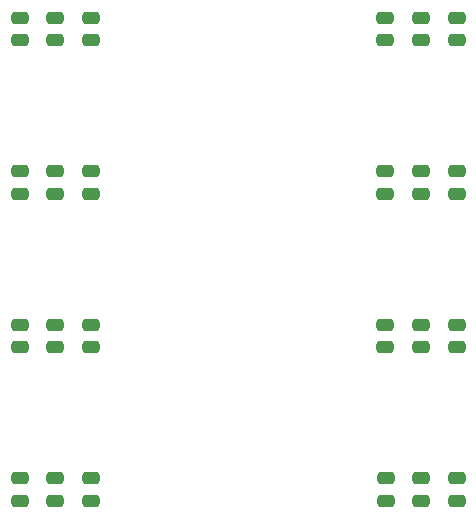
<source format=gbr>
%TF.GenerationSoftware,KiCad,Pcbnew,8.0.3*%
%TF.CreationDate,2024-06-28T14:01:33-07:00*%
%TF.ProjectId,smartstake-mux-breakout,736d6172-7473-4746-916b-652d6d75782d,rev?*%
%TF.SameCoordinates,Original*%
%TF.FileFunction,Paste,Bot*%
%TF.FilePolarity,Positive*%
%FSLAX46Y46*%
G04 Gerber Fmt 4.6, Leading zero omitted, Abs format (unit mm)*
G04 Created by KiCad (PCBNEW 8.0.3) date 2024-06-28 14:01:33*
%MOMM*%
%LPD*%
G01*
G04 APERTURE LIST*
G04 Aperture macros list*
%AMRoundRect*
0 Rectangle with rounded corners*
0 $1 Rounding radius*
0 $2 $3 $4 $5 $6 $7 $8 $9 X,Y pos of 4 corners*
0 Add a 4 corners polygon primitive as box body*
4,1,4,$2,$3,$4,$5,$6,$7,$8,$9,$2,$3,0*
0 Add four circle primitives for the rounded corners*
1,1,$1+$1,$2,$3*
1,1,$1+$1,$4,$5*
1,1,$1+$1,$6,$7*
1,1,$1+$1,$8,$9*
0 Add four rect primitives between the rounded corners*
20,1,$1+$1,$2,$3,$4,$5,0*
20,1,$1+$1,$4,$5,$6,$7,0*
20,1,$1+$1,$6,$7,$8,$9,0*
20,1,$1+$1,$8,$9,$2,$3,0*%
G04 Aperture macros list end*
%ADD10RoundRect,0.250000X-0.475000X0.250000X-0.475000X-0.250000X0.475000X-0.250000X0.475000X0.250000X0*%
G04 APERTURE END LIST*
D10*
%TO.C,M21*%
X78500000Y-50050000D03*
X78500000Y-51950000D03*
%TD*%
%TO.C,M12*%
X44540000Y-89050000D03*
X44540000Y-90950000D03*
%TD*%
%TO.C,M23*%
X78500000Y-76050000D03*
X78500000Y-77950000D03*
%TD*%
%TO.C,M10*%
X44540000Y-63050000D03*
X44540000Y-64950000D03*
%TD*%
%TO.C,M20*%
X47550000Y-89050000D03*
X47550000Y-90950000D03*
%TD*%
%TO.C,M9*%
X44540000Y-50050000D03*
X44540000Y-51950000D03*
%TD*%
%TO.C,M13*%
X75490000Y-50050000D03*
X75490000Y-51950000D03*
%TD*%
%TO.C,M19*%
X47550000Y-76050000D03*
X47550000Y-77950000D03*
%TD*%
%TO.C,M14*%
X75490000Y-63050000D03*
X75490000Y-64950000D03*
%TD*%
%TO.C,M2*%
X41530000Y-63050000D03*
X41530000Y-64950000D03*
%TD*%
%TO.C,M4*%
X41530000Y-89050000D03*
X41530000Y-90950000D03*
%TD*%
%TO.C,M22*%
X78500000Y-63050000D03*
X78500000Y-64950000D03*
%TD*%
%TO.C,M16*%
X75500000Y-89050000D03*
X75500000Y-90950000D03*
%TD*%
%TO.C,M18*%
X47550000Y-63050000D03*
X47550000Y-64950000D03*
%TD*%
%TO.C,M6*%
X72480000Y-63050000D03*
X72480000Y-64950000D03*
%TD*%
%TO.C,M11*%
X44540000Y-76050000D03*
X44540000Y-77950000D03*
%TD*%
%TO.C,M7*%
X72480000Y-76050000D03*
X72480000Y-77950000D03*
%TD*%
%TO.C,M15*%
X75490000Y-76050000D03*
X75490000Y-77950000D03*
%TD*%
%TO.C,M24*%
X78510000Y-89050000D03*
X78510000Y-90950000D03*
%TD*%
%TO.C,M17*%
X47550000Y-50050000D03*
X47550000Y-51950000D03*
%TD*%
%TO.C,M5*%
X72480000Y-50050000D03*
X72480000Y-51950000D03*
%TD*%
%TO.C,M8*%
X72490000Y-89050000D03*
X72490000Y-90950000D03*
%TD*%
%TO.C,M3*%
X41530000Y-76050000D03*
X41530000Y-77950000D03*
%TD*%
%TO.C,M1*%
X41530000Y-50050000D03*
X41530000Y-51950000D03*
%TD*%
M02*

</source>
